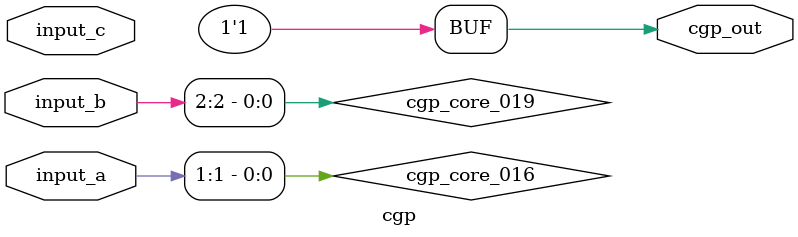
<source format=v>
module cgp(input [2:0] input_a, input [2:0] input_b, input [2:0] input_c, output [0:0] cgp_out);
  wire cgp_core_011;
  wire cgp_core_013;
  wire cgp_core_014;
  wire cgp_core_015_not;
  wire cgp_core_016;
  wire cgp_core_019;
  wire cgp_core_023_not;
  wire cgp_core_024;
  wire cgp_core_028;
  wire cgp_core_029;
  wire cgp_core_030;
  wire cgp_core_041;
  wire cgp_core_042;

  assign cgp_core_011 = input_a[0] ^ input_b[0];
  assign cgp_core_013 = input_a[0] ^ input_b[1];
  assign cgp_core_014 = ~(input_a[1] & input_b[1]);
  assign cgp_core_015_not = ~cgp_core_013;
  assign cgp_core_016 = input_a[1] & input_a[1];
  assign cgp_core_019 = input_b[2] & input_b[2];
  assign cgp_core_023_not = ~input_b[1];
  assign cgp_core_024 = ~input_c[2];
  assign cgp_core_028 = input_c[2] & input_a[1];
  assign cgp_core_029 = ~input_c[1];
  assign cgp_core_030 = ~(input_a[1] ^ input_b[2]);
  assign cgp_core_041 = ~(input_c[1] | input_a[0]);
  assign cgp_core_042 = input_b[1] | input_b[2];

  assign cgp_out[0] = 1'b1;
endmodule
</source>
